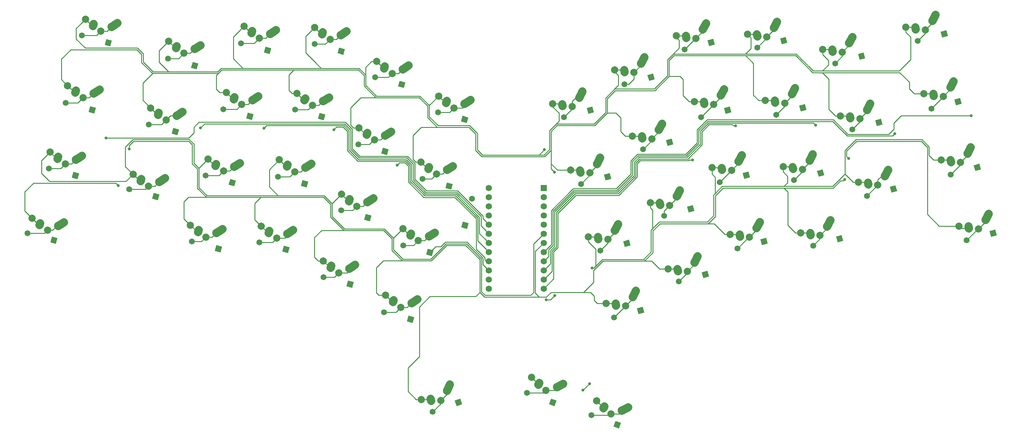
<source format=gbr>
G04 #@! TF.GenerationSoftware,KiCad,Pcbnew,(5.99.0-562-g7b80b2dc7)*
G04 #@! TF.CreationDate,2019-12-24T23:11:14-08:00*
G04 #@! TF.ProjectId,arch_40,61726368-5f34-4302-9e6b-696361645f70,rev?*
G04 #@! TF.SameCoordinates,Original*
G04 #@! TF.FileFunction,Copper,L1,Top*
G04 #@! TF.FilePolarity,Positive*
%FSLAX46Y46*%
G04 Gerber Fmt 4.6, Leading zero omitted, Abs format (unit mm)*
G04 Created by KiCad (PCBNEW (5.99.0-562-g7b80b2dc7)) date 2019-12-24 23:11:14*
%MOMM*%
%LPD*%
G04 APERTURE LIST*
%ADD10C,2.000000*%
%ADD11C,2.250000*%
%ADD12C,2.250000*%
%ADD13C,1.752600*%
%ADD14R,1.752600X1.752600*%
%ADD15C,1.651000*%
%ADD16C,0.800000*%
%ADD17C,0.250000*%
G04 APERTURE END LIST*
D10*
X127722519Y-150298786D03*
X122305813Y-150035533D03*
D11*
X129421912Y-147658320D03*
D12*
X130153560Y-145838323D02*
X129421924Y-147658325D01*
D11*
X125055243Y-150396970D03*
D12*
X124894459Y-149838267D02*
X125055683Y-150396843D01*
D10*
X109369368Y-78038162D03*
X105083258Y-74715623D03*
D11*
X112275938Y-76849951D03*
D12*
X113919177Y-75778752D02*
X112275945Y-76849962D01*
D11*
X107128148Y-76588703D03*
D12*
X107316900Y-76038819D02*
X107128582Y-76588853D01*
D10*
X67510168Y-86699562D03*
X63224058Y-83377023D03*
D11*
X70416738Y-85511351D03*
D12*
X72059977Y-84440152D02*
X70416745Y-85511362D01*
D11*
X65268948Y-85250103D03*
D12*
X65457700Y-84700219D02*
X65269382Y-85250253D01*
D10*
X238966232Y-53704962D03*
X233593083Y-52970613D03*
D11*
X240889291Y-51222656D03*
D12*
X241776778Y-49473351D02*
X240889302Y-51222661D01*
D11*
X236300549Y-53570304D03*
D12*
X236189071Y-52999714D02*
X236300999Y-53570216D01*
X273958871Y-102021714D02*
X274070799Y-102592216D01*
D11*
X274070349Y-102592304D03*
D12*
X279546578Y-98495351D02*
X278659102Y-100244661D01*
D11*
X278659091Y-100244656D03*
D10*
X271362883Y-101992613D03*
X276736032Y-102726962D03*
D12*
X269005871Y-83606714D02*
X269117799Y-84177216D01*
D11*
X269117349Y-84177304D03*
D12*
X274593578Y-80080351D02*
X273706102Y-81829661D01*
D11*
X273706091Y-81829656D03*
D10*
X266409883Y-83577613D03*
X271783032Y-84311962D03*
D12*
X264230671Y-65273763D02*
X264342599Y-65844265D01*
D11*
X264342149Y-65844353D03*
D12*
X269818378Y-61747400D02*
X268930902Y-63496710D01*
D11*
X268930891Y-63496705D03*
D10*
X261634683Y-65244662D03*
X267007832Y-65979011D03*
D12*
X259226871Y-46802114D02*
X259338799Y-47372616D01*
D11*
X259338349Y-47372704D03*
D12*
X264814578Y-43275751D02*
X263927102Y-45025061D01*
D11*
X263927091Y-45025056D03*
D10*
X256630883Y-46773013D03*
X262004032Y-47507362D03*
X18742168Y-103107962D03*
X14456058Y-99785423D03*
D11*
X21648738Y-101919751D03*
D12*
X23291977Y-100848552D02*
X21648745Y-101919762D01*
D11*
X16500948Y-101658503D03*
D12*
X16689700Y-101108619D02*
X16501382Y-101658653D01*
D10*
X23695168Y-84718362D03*
X19409058Y-81395823D03*
D11*
X26601738Y-83530151D03*
D12*
X28244977Y-82458952D02*
X26601745Y-83530162D01*
D11*
X21453948Y-83268903D03*
D12*
X21642700Y-82719019D02*
X21454382Y-83269053D01*
D10*
X28597368Y-66328762D03*
X24311258Y-63006223D03*
D11*
X31503938Y-65140551D03*
D12*
X33147177Y-64069352D02*
X31503945Y-65140562D01*
D11*
X26356148Y-64879303D03*
D12*
X26544900Y-64329419D02*
X26356582Y-64879453D01*
D10*
X33524968Y-47888362D03*
X29238858Y-44565823D03*
D11*
X36431538Y-46700151D03*
D12*
X38074777Y-45628952D02*
X36431545Y-46700162D01*
D11*
X31283748Y-46438903D03*
D12*
X31472500Y-45889019D02*
X31284182Y-46439053D01*
D10*
X213286832Y-105012962D03*
X207913683Y-104278613D03*
D11*
X215209891Y-102530656D03*
D12*
X216097378Y-100781351D02*
X215209902Y-102530661D01*
D11*
X210621149Y-104878304D03*
D12*
X210509671Y-104307714D02*
X210621599Y-104878216D01*
D10*
X208308432Y-86496362D03*
X202935283Y-85762013D03*
D11*
X210231491Y-84014056D03*
D12*
X211118978Y-82264751D02*
X210231502Y-84014061D01*
D11*
X205642749Y-86361704D03*
D12*
X205531271Y-85791114D02*
X205643199Y-86361616D01*
D10*
X203380832Y-68182962D03*
X198007683Y-67448613D03*
D11*
X205303891Y-65700656D03*
D12*
X206191378Y-63951351D02*
X205303902Y-65700661D01*
D11*
X200715149Y-68048304D03*
D12*
X200603671Y-67477714D02*
X200715599Y-68048216D01*
D10*
X198402432Y-49894962D03*
X193029283Y-49160613D03*
D11*
X200325491Y-47412656D03*
D12*
X201212978Y-45663351D02*
X200325502Y-47412661D01*
D11*
X195736749Y-49760304D03*
D12*
X195625271Y-49189714D02*
X195737199Y-49760216D01*
D10*
X196091032Y-114537962D03*
X190717883Y-113803613D03*
D11*
X198014091Y-112055656D03*
D12*
X198901578Y-110306351D02*
X198014102Y-112055661D01*
D11*
X193425349Y-114403304D03*
D12*
X193313871Y-113832714D02*
X193425799Y-114403216D01*
D10*
X191163432Y-96199162D03*
X185790283Y-95464813D03*
D11*
X193086491Y-93716856D03*
D12*
X193973978Y-91967551D02*
X193086502Y-93716861D01*
D11*
X188497749Y-96064504D03*
D12*
X188386271Y-95493914D02*
X188498199Y-96064416D01*
D10*
X186210432Y-77733362D03*
X180837283Y-76999013D03*
D11*
X188133491Y-75251056D03*
D12*
X189020978Y-73501751D02*
X188133502Y-75251061D01*
D11*
X183544749Y-77598704D03*
D12*
X183433271Y-77028114D02*
X183545199Y-77598616D01*
D10*
X181282832Y-59343762D03*
X175909683Y-58609413D03*
D11*
X183205891Y-56861456D03*
D12*
X184093378Y-55112151D02*
X183205902Y-56861461D01*
D11*
X178617149Y-59209104D03*
D12*
X178505671Y-58638514D02*
X178617599Y-59209016D01*
D10*
X178946032Y-124113762D03*
X173572883Y-123379413D03*
D11*
X180869091Y-121631456D03*
D12*
X181756578Y-119882151D02*
X180869102Y-121631461D01*
D11*
X176280349Y-123979104D03*
D12*
X176168871Y-123408514D02*
X176280799Y-123979016D01*
D10*
X174018432Y-105647962D03*
X168645283Y-104913613D03*
D11*
X175941491Y-103165656D03*
D12*
X176828978Y-101416351D02*
X175941502Y-103165661D01*
D11*
X171352749Y-105513304D03*
D12*
X171241271Y-104942714D02*
X171353199Y-105513216D01*
D10*
X169065432Y-87182162D03*
X163692283Y-86447813D03*
D11*
X170988491Y-84699856D03*
D12*
X171875978Y-82950551D02*
X170988502Y-84699861D01*
D11*
X166399749Y-87047504D03*
D12*
X166288271Y-86476914D02*
X166400199Y-87047416D01*
D10*
X164137832Y-68792562D03*
X158764683Y-68058213D03*
D11*
X166060891Y-66310256D03*
D12*
X166948378Y-64560951D02*
X166060902Y-66310261D01*
D11*
X161472149Y-68657904D03*
D12*
X161360671Y-68087314D02*
X161472599Y-68657816D01*
D10*
X156884481Y-147555586D03*
X152904260Y-143872131D03*
D11*
X159883551Y-146625221D03*
D12*
X161613898Y-145701316D02*
X159883556Y-146625232D01*
D11*
X154778118Y-145916307D03*
D12*
X155014078Y-145384966D02*
X154778538Y-145916494D01*
D10*
X174893081Y-154083386D03*
X170912860Y-150399931D03*
D11*
X177892151Y-153153021D03*
D12*
X179622498Y-152229116D02*
X177892156Y-153153032D01*
D11*
X172786718Y-152444107D03*
D12*
X173022678Y-151912766D02*
X172787138Y-152444294D01*
D10*
X116684568Y-124469362D03*
X112398458Y-121146823D03*
D11*
X119591138Y-123281151D03*
D12*
X121234377Y-122209952D02*
X119591145Y-123281162D01*
D11*
X114443348Y-123019903D03*
D12*
X114632100Y-122470019D02*
X114443782Y-123020053D01*
D10*
X121510568Y-106003562D03*
X117224458Y-102681023D03*
D11*
X124417138Y-104815351D03*
D12*
X126060377Y-103744152D02*
X124417145Y-104815362D01*
D11*
X119269348Y-104554103D03*
D12*
X119458100Y-104004219D02*
X119269782Y-104554253D01*
D10*
X126514368Y-87537762D03*
X122228258Y-84215223D03*
D11*
X129420938Y-86349551D03*
D12*
X131064177Y-85278352D02*
X129420945Y-86349562D01*
D11*
X124273148Y-86088303D03*
D12*
X124461900Y-85538419D02*
X124273582Y-86088453D01*
D10*
X131391168Y-69198962D03*
X127105058Y-65876423D03*
D11*
X134297738Y-68010751D03*
D12*
X135940977Y-66939552D02*
X134297745Y-68010762D01*
D11*
X129149948Y-67749503D03*
D12*
X129338700Y-67199619D02*
X129150382Y-67749653D01*
D10*
X99437968Y-114918962D03*
X95151858Y-111596423D03*
D11*
X102344538Y-113730751D03*
D12*
X103987777Y-112659552D02*
X102344545Y-113730762D01*
D11*
X97196748Y-113469503D03*
D12*
X97385500Y-112919619D02*
X97197182Y-113469653D01*
D10*
X104467168Y-96453162D03*
X100181058Y-93130623D03*
D11*
X107373738Y-95264951D03*
D12*
X109016977Y-94193752D02*
X107373745Y-95264962D01*
D11*
X102225948Y-95003703D03*
D12*
X102414700Y-94453819D02*
X102226382Y-95003853D01*
D10*
X114246168Y-59623162D03*
X109960058Y-56300623D03*
D11*
X117152738Y-58434951D03*
D12*
X118795977Y-57363752D02*
X117152745Y-58434962D01*
D11*
X112004948Y-58173703D03*
D12*
X112193700Y-57623819D02*
X112005382Y-58173853D01*
D10*
X82242168Y-105292362D03*
X77956058Y-101969823D03*
D11*
X85148738Y-104104151D03*
D12*
X86791977Y-103032952D02*
X85148745Y-104104162D01*
D11*
X80000948Y-103842903D03*
D12*
X80189700Y-103293019D02*
X80001382Y-103843053D01*
D10*
X87271368Y-86877362D03*
X82985258Y-83554823D03*
D11*
X90177938Y-85689151D03*
D12*
X91821177Y-84617952D02*
X90177945Y-85689162D01*
D11*
X85030148Y-85427903D03*
D12*
X85218900Y-84878019D02*
X85030582Y-85428053D01*
D10*
X92173568Y-68487762D03*
X87887458Y-65165223D03*
D11*
X95080138Y-67299551D03*
D12*
X96723377Y-66228352D02*
X95080145Y-67299562D01*
D11*
X89932348Y-67038303D03*
D12*
X90121100Y-66488419D02*
X89932782Y-67038453D01*
D10*
X97050368Y-50148962D03*
X92764258Y-46826423D03*
D11*
X99956938Y-48960751D03*
D12*
X101600177Y-47889552D02*
X99956945Y-48960762D01*
D11*
X94809148Y-48699503D03*
D12*
X94997900Y-48149619D02*
X94809582Y-48699653D01*
D10*
X62633368Y-105012962D03*
X58347258Y-101690423D03*
D11*
X65539938Y-103824751D03*
D12*
X67183177Y-102753552D02*
X65539945Y-103824762D01*
D11*
X60392148Y-103563503D03*
D12*
X60580900Y-103013619D02*
X60392582Y-103563653D01*
D10*
X72564768Y-68208362D03*
X68278658Y-64885823D03*
D11*
X75471338Y-67020151D03*
D12*
X77114577Y-65948952D02*
X75471345Y-67020162D01*
D11*
X70323548Y-66758903D03*
D12*
X70512300Y-66209019D02*
X70323982Y-66759053D01*
D10*
X77466968Y-49818762D03*
X73180858Y-46496223D03*
D11*
X80373538Y-48630551D03*
D12*
X82016777Y-47559352D02*
X80373545Y-48630562D01*
D11*
X75225748Y-48369303D03*
D12*
X75414500Y-47819419D02*
X75226182Y-48369453D01*
D10*
X248846832Y-90560362D03*
X243473683Y-89826013D03*
D11*
X250769891Y-88078056D03*
D12*
X251657378Y-86328751D02*
X250769902Y-88078061D01*
D11*
X246181149Y-90425704D03*
D12*
X246069671Y-89855114D02*
X246181599Y-90425616D01*
D10*
X243893832Y-72170762D03*
X238520683Y-71436413D03*
D11*
X245816891Y-69688456D03*
D12*
X246704378Y-67939151D02*
X245816902Y-69688461D01*
D11*
X241228149Y-72036104D03*
D12*
X241116671Y-71465514D02*
X241228599Y-72036016D01*
D10*
X232844832Y-104555762D03*
X227471683Y-103821413D03*
D11*
X234767891Y-102073456D03*
D12*
X235655378Y-100324151D02*
X234767902Y-102073461D01*
D11*
X230179149Y-104421104D03*
D12*
X230067671Y-103850514D02*
X230179599Y-104421016D01*
D10*
X227993432Y-86242362D03*
X222620283Y-85508013D03*
D11*
X229916491Y-83760056D03*
D12*
X230803978Y-82010751D02*
X229916502Y-83760061D01*
D11*
X225327749Y-86107704D03*
D12*
X225216271Y-85537114D02*
X225328199Y-86107616D01*
D10*
X223065832Y-67827362D03*
X217692683Y-67093013D03*
D11*
X224988891Y-65345056D03*
D12*
X225876378Y-63595751D02*
X224988902Y-65345061D01*
D11*
X220400149Y-67692704D03*
D12*
X220288671Y-67122114D02*
X220400599Y-67692616D01*
D10*
X218087432Y-49463162D03*
X212714283Y-48728813D03*
D11*
X220010491Y-46980856D03*
D12*
X220897978Y-45231551D02*
X220010502Y-46980861D01*
D11*
X215421749Y-49328504D03*
D12*
X215310271Y-48757914D02*
X215422199Y-49328416D01*
D10*
X46732968Y-90890562D03*
X42446858Y-87568023D03*
D11*
X49639538Y-89702351D03*
D12*
X51282777Y-88631152D02*
X49639545Y-89702362D01*
D11*
X44491748Y-89441103D03*
D12*
X44680500Y-88891219D02*
X44492182Y-89441253D01*
D10*
X51584368Y-72500962D03*
X47298258Y-69178423D03*
D11*
X54490938Y-71312751D03*
D12*
X56134177Y-70241552D02*
X54490945Y-71312762D01*
D11*
X49343148Y-71051503D03*
D12*
X49531900Y-70501619D02*
X49343582Y-71051653D01*
D10*
X56562768Y-54009762D03*
X52276658Y-50687223D03*
D11*
X59469338Y-52821551D03*
D12*
X61112577Y-51750352D02*
X59469345Y-52821562D01*
D11*
X54321548Y-52560303D03*
D12*
X54510300Y-52010419D02*
X54321982Y-52560453D01*
D13*
X141046200Y-91363800D03*
X156286200Y-119303800D03*
X141046200Y-93903800D03*
X141046200Y-96443800D03*
X141046200Y-98983800D03*
X141046200Y-101523800D03*
X141046200Y-104063800D03*
X141046200Y-106603800D03*
X141046200Y-109143800D03*
X141046200Y-111683800D03*
X141046200Y-114223800D03*
X141046200Y-116763800D03*
X141046200Y-119303800D03*
X156286200Y-116763800D03*
X156286200Y-114223800D03*
X156286200Y-111683800D03*
X156286200Y-109143800D03*
X156286200Y-106603800D03*
X156286200Y-104063800D03*
X156286200Y-101523800D03*
X156286200Y-98983800D03*
X156286200Y-96443800D03*
X156286200Y-93903800D03*
D14*
X156286200Y-91363800D03*
G04 #@! TA.AperFunction,ComponentPad*
G36*
X133812182Y-100713150D02*
G01*
X135406926Y-101140460D01*
X134979616Y-102735204D01*
X133384872Y-102307894D01*
X133812182Y-100713150D01*
G37*
G04 #@! TD.AperFunction*
D15*
X136368101Y-94363823D03*
G04 #@! TA.AperFunction,ComponentPad*
G36*
X216755897Y-107212345D02*
G01*
X216328587Y-105617601D01*
X217923331Y-105190291D01*
X218350641Y-106785035D01*
X216755897Y-107212345D01*
G37*
G04 #@! TD.AperFunction*
X209979260Y-108173520D03*
G04 #@! TA.AperFunction,ComponentPad*
G36*
X211808260Y-88823326D02*
G01*
X211380950Y-87228582D01*
X212975694Y-86801272D01*
X213403004Y-88396016D01*
X211808260Y-88823326D01*
G37*
G04 #@! TD.AperFunction*
X205031623Y-89784501D03*
G04 #@! TA.AperFunction,ComponentPad*
G36*
X206652060Y-70814726D02*
G01*
X206224750Y-69219982D01*
X207819494Y-68792672D01*
X208246804Y-70387416D01*
X206652060Y-70814726D01*
G37*
G04 #@! TD.AperFunction*
X199875423Y-71775901D03*
G04 #@! TA.AperFunction,ComponentPad*
G36*
X202105460Y-51993326D02*
G01*
X201678150Y-50398582D01*
X203272894Y-49971272D01*
X203700204Y-51566016D01*
X202105460Y-51993326D01*
G37*
G04 #@! TD.AperFunction*
X195328823Y-52954501D03*
G04 #@! TA.AperFunction,ComponentPad*
G36*
X200454460Y-116356926D02*
G01*
X200027150Y-114762182D01*
X201621894Y-114334872D01*
X202049204Y-115929616D01*
X200454460Y-116356926D01*
G37*
G04 #@! TD.AperFunction*
X193677823Y-117318101D03*
G04 #@! TA.AperFunction,ComponentPad*
G36*
X196393283Y-98166027D02*
G01*
X195965973Y-96571283D01*
X197560717Y-96143973D01*
X197988027Y-97738717D01*
X196393283Y-98166027D01*
G37*
G04 #@! TD.AperFunction*
X189616646Y-99127202D03*
G04 #@! TA.AperFunction,ComponentPad*
G36*
X190573860Y-79704726D02*
G01*
X190146550Y-78109982D01*
X191741294Y-77682672D01*
X192168604Y-79277416D01*
X190573860Y-79704726D01*
G37*
G04 #@! TD.AperFunction*
X183797223Y-80665901D03*
G04 #@! TA.AperFunction,ComponentPad*
G36*
X185443060Y-61670726D02*
G01*
X185015750Y-60075982D01*
X186610494Y-59648672D01*
X187037804Y-61243416D01*
X185443060Y-61670726D01*
G37*
G04 #@! TD.AperFunction*
X178666423Y-62631901D03*
G04 #@! TA.AperFunction,ComponentPad*
G36*
X182496660Y-126339126D02*
G01*
X182069350Y-124744382D01*
X183664094Y-124317072D01*
X184091404Y-125911816D01*
X182496660Y-126339126D01*
G37*
G04 #@! TD.AperFunction*
X175720023Y-127300301D03*
G04 #@! TA.AperFunction,ComponentPad*
G36*
X178686660Y-107771726D02*
G01*
X178259350Y-106176982D01*
X179854094Y-105749672D01*
X180281404Y-107344416D01*
X178686660Y-107771726D01*
G37*
G04 #@! TD.AperFunction*
X171910023Y-108732901D03*
G04 #@! TA.AperFunction,ComponentPad*
G36*
X173352660Y-89305926D02*
G01*
X172925350Y-87711182D01*
X174520094Y-87283872D01*
X174947404Y-88878616D01*
X173352660Y-89305926D01*
G37*
G04 #@! TD.AperFunction*
X166576023Y-90267101D03*
G04 #@! TA.AperFunction,ComponentPad*
G36*
X168602860Y-70789326D02*
G01*
X168175550Y-69194582D01*
X169770294Y-68767272D01*
X170197604Y-70362016D01*
X168602860Y-70789326D01*
G37*
G04 #@! TD.AperFunction*
X161826223Y-71750501D03*
G04 #@! TA.AperFunction,ComponentPad*
G36*
X132151870Y-151913657D02*
G01*
X131587195Y-150362224D01*
X133138628Y-149797549D01*
X133703303Y-151348982D01*
X132151870Y-151913657D01*
G37*
G04 #@! TD.AperFunction*
X125484791Y-153461797D03*
G04 #@! TA.AperFunction,ComponentPad*
G36*
X157716175Y-151351676D02*
G01*
X158280850Y-149800243D01*
X159832283Y-150364918D01*
X159267608Y-151916351D01*
X157716175Y-151351676D01*
G37*
G04 #@! TD.AperFunction*
X151613771Y-148252103D03*
G04 #@! TA.AperFunction,ComponentPad*
G36*
X175568466Y-157533959D02*
G01*
X176133141Y-155982526D01*
X177684574Y-156547201D01*
X177119899Y-158098634D01*
X175568466Y-157533959D01*
G37*
G04 #@! TD.AperFunction*
X169466062Y-154434386D03*
G04 #@! TA.AperFunction,ComponentPad*
G36*
X118315350Y-128417418D02*
G01*
X118742660Y-126822674D01*
X120337404Y-127249984D01*
X119910094Y-128844728D01*
X118315350Y-128417418D01*
G37*
G04 #@! TD.AperFunction*
X111966023Y-125861499D03*
G04 #@! TA.AperFunction,ComponentPad*
G36*
X123700150Y-109875418D02*
G01*
X124127460Y-108280674D01*
X125722204Y-108707984D01*
X125294894Y-110302728D01*
X123700150Y-109875418D01*
G37*
G04 #@! TD.AperFunction*
X117350823Y-107319499D03*
G04 #@! TA.AperFunction,ComponentPad*
G36*
X129034150Y-91435018D02*
G01*
X129461460Y-89840274D01*
X131056204Y-90267584D01*
X130628894Y-91862328D01*
X129034150Y-91435018D01*
G37*
G04 #@! TD.AperFunction*
X122684823Y-88879099D03*
G04 #@! TA.AperFunction,ComponentPad*
G36*
X133352150Y-72969218D02*
G01*
X133779460Y-71374474D01*
X135374204Y-71801784D01*
X134946894Y-73396528D01*
X133352150Y-72969218D01*
G37*
G04 #@! TD.AperFunction*
X127002823Y-70413299D03*
G04 #@! TA.AperFunction,ComponentPad*
G36*
X101602150Y-118663818D02*
G01*
X102029460Y-117069074D01*
X103624204Y-117496384D01*
X103196894Y-119091128D01*
X101602150Y-118663818D01*
G37*
G04 #@! TD.AperFunction*
X95252823Y-116107899D03*
G04 #@! TA.AperFunction,ComponentPad*
G36*
X106478950Y-100172618D02*
G01*
X106906260Y-98577874D01*
X108501004Y-99005184D01*
X108073694Y-100599928D01*
X106478950Y-100172618D01*
G37*
G04 #@! TD.AperFunction*
X100129623Y-97616699D03*
G04 #@! TA.AperFunction,ComponentPad*
G36*
X111254150Y-81833818D02*
G01*
X111681460Y-80239074D01*
X113276204Y-80666384D01*
X112848894Y-82261128D01*
X111254150Y-81833818D01*
G37*
G04 #@! TD.AperFunction*
X104904823Y-79277899D03*
G04 #@! TA.AperFunction,ComponentPad*
G36*
X115902350Y-63241018D02*
G01*
X116329660Y-61646274D01*
X117924404Y-62073584D01*
X117497094Y-63668328D01*
X115902350Y-63241018D01*
G37*
G04 #@! TD.AperFunction*
X109553023Y-60685099D03*
G04 #@! TA.AperFunction,ComponentPad*
G36*
X83822150Y-109011818D02*
G01*
X84249460Y-107417074D01*
X85844204Y-107844384D01*
X85416894Y-109439128D01*
X83822150Y-109011818D01*
G37*
G04 #@! TD.AperFunction*
X77472823Y-106455899D03*
G04 #@! TA.AperFunction,ComponentPad*
G36*
X88952950Y-90825418D02*
G01*
X89380260Y-89230674D01*
X90975004Y-89657984D01*
X90547694Y-91252728D01*
X88952950Y-90825418D01*
G37*
G04 #@! TD.AperFunction*
X82603623Y-88269499D03*
G04 #@! TA.AperFunction,ComponentPad*
G36*
X93728150Y-72181818D02*
G01*
X94155460Y-70587074D01*
X95750204Y-71014384D01*
X95322894Y-72609128D01*
X93728150Y-72181818D01*
G37*
G04 #@! TD.AperFunction*
X87378823Y-69625899D03*
G04 #@! TA.AperFunction,ComponentPad*
G36*
X99138350Y-54020818D02*
G01*
X99565660Y-52426074D01*
X101160404Y-52853384D01*
X100733094Y-54448128D01*
X99138350Y-54020818D01*
G37*
G04 #@! TD.AperFunction*
X92789023Y-51464899D03*
G04 #@! TA.AperFunction,ComponentPad*
G36*
X65079773Y-108813117D02*
G01*
X65507083Y-107218373D01*
X67101827Y-107645683D01*
X66674517Y-109240427D01*
X65079773Y-108813117D01*
G37*
G04 #@! TD.AperFunction*
X58730446Y-106257198D03*
G04 #@! TA.AperFunction,ComponentPad*
G36*
X68937750Y-90495218D02*
G01*
X69365060Y-88900474D01*
X70959804Y-89327784D01*
X70532494Y-90922528D01*
X68937750Y-90495218D01*
G37*
G04 #@! TD.AperFunction*
X62588423Y-87939299D03*
G04 #@! TA.AperFunction,ComponentPad*
G36*
X73839950Y-72080218D02*
G01*
X74267260Y-70485474D01*
X75862004Y-70912784D01*
X75434694Y-72507528D01*
X73839950Y-72080218D01*
G37*
G04 #@! TD.AperFunction*
X67490623Y-69524299D03*
G04 #@! TA.AperFunction,ComponentPad*
G36*
X78691350Y-53817618D02*
G01*
X79118660Y-52222874D01*
X80713404Y-52650184D01*
X80286094Y-54244928D01*
X78691350Y-53817618D01*
G37*
G04 #@! TD.AperFunction*
X72342023Y-51261699D03*
G04 #@! TA.AperFunction,ComponentPad*
G36*
X280227957Y-104954285D02*
G01*
X279800647Y-103359541D01*
X281395391Y-102932231D01*
X281822701Y-104526975D01*
X280227957Y-104954285D01*
G37*
G04 #@! TD.AperFunction*
X273451320Y-105915460D03*
G04 #@! TA.AperFunction,ComponentPad*
G36*
X275867060Y-86689726D02*
G01*
X275439750Y-85094982D01*
X277034494Y-84667672D01*
X277461804Y-86262416D01*
X275867060Y-86689726D01*
G37*
G04 #@! TD.AperFunction*
X269090423Y-87650901D03*
G04 #@! TA.AperFunction,ComponentPad*
G36*
X270482260Y-68452526D02*
G01*
X270054950Y-66857782D01*
X271649694Y-66430472D01*
X272077004Y-68025216D01*
X270482260Y-68452526D01*
G37*
G04 #@! TD.AperFunction*
X263705623Y-69413701D03*
G04 #@! TA.AperFunction,ComponentPad*
G36*
X266672260Y-49656526D02*
G01*
X266244950Y-48061782D01*
X267839694Y-47634472D01*
X268267004Y-49229216D01*
X266672260Y-49656526D01*
G37*
G04 #@! TD.AperFunction*
X259895623Y-50617701D03*
G04 #@! TA.AperFunction,ComponentPad*
G36*
X252596460Y-92634926D02*
G01*
X252169150Y-91040182D01*
X253763894Y-90612872D01*
X254191204Y-92207616D01*
X252596460Y-92634926D01*
G37*
G04 #@! TD.AperFunction*
X245819823Y-93596101D03*
G04 #@! TA.AperFunction,ComponentPad*
G36*
X248562060Y-74192926D02*
G01*
X248134750Y-72598182D01*
X249729494Y-72170872D01*
X250156804Y-73765616D01*
X248562060Y-74192926D01*
G37*
G04 #@! TD.AperFunction*
X241785423Y-75154101D03*
G04 #@! TA.AperFunction,ComponentPad*
G36*
X243786860Y-55854126D02*
G01*
X243359550Y-54259382D01*
X244954294Y-53832072D01*
X245381604Y-55426816D01*
X243786860Y-55854126D01*
G37*
G04 #@! TD.AperFunction*
X237010223Y-56815301D03*
G04 #@! TA.AperFunction,ComponentPad*
G36*
X237688037Y-106463045D02*
G01*
X237260727Y-104868301D01*
X238855471Y-104440991D01*
X239282781Y-106035735D01*
X237688037Y-106463045D01*
G37*
G04 #@! TD.AperFunction*
X230911400Y-107424220D03*
G04 #@! TA.AperFunction,ComponentPad*
G36*
X232433060Y-88239126D02*
G01*
X232005750Y-86644382D01*
X233600494Y-86217072D01*
X234027804Y-87811816D01*
X232433060Y-88239126D01*
G37*
G04 #@! TD.AperFunction*
X225656423Y-89200301D03*
G04 #@! TA.AperFunction,ComponentPad*
G36*
X227454660Y-70154326D02*
G01*
X227027350Y-68559582D01*
X228622094Y-68132272D01*
X229049404Y-69727016D01*
X227454660Y-70154326D01*
G37*
G04 #@! TD.AperFunction*
X220678023Y-71115501D03*
G04 #@! TA.AperFunction,ComponentPad*
G36*
X222196860Y-51485326D02*
G01*
X221769550Y-49890582D01*
X223364294Y-49463272D01*
X223791604Y-51058016D01*
X222196860Y-51485326D01*
G37*
G04 #@! TD.AperFunction*
X215420223Y-52446501D03*
G04 #@! TA.AperFunction,ComponentPad*
G36*
X47764593Y-94335117D02*
G01*
X48191903Y-92740373D01*
X49786647Y-93167683D01*
X49359337Y-94762427D01*
X47764593Y-94335117D01*
G37*
G04 #@! TD.AperFunction*
X41415266Y-91779198D03*
G04 #@! TA.AperFunction,ComponentPad*
G36*
X53164350Y-76322018D02*
G01*
X53591660Y-74727274D01*
X55186404Y-75154584D01*
X54759094Y-76749328D01*
X53164350Y-76322018D01*
G37*
G04 #@! TD.AperFunction*
X46815023Y-73766099D03*
G04 #@! TA.AperFunction,ComponentPad*
G36*
X58523750Y-58059418D02*
G01*
X58951060Y-56464674D01*
X60545804Y-56891984D01*
X60118494Y-58486728D01*
X58523750Y-58059418D01*
G37*
G04 #@! TD.AperFunction*
X52174423Y-55503499D03*
G04 #@! TA.AperFunction,ComponentPad*
G36*
X19499473Y-106486477D02*
G01*
X19926783Y-104891733D01*
X21521527Y-105319043D01*
X21094217Y-106913787D01*
X19499473Y-106486477D01*
G37*
G04 #@! TD.AperFunction*
X13150146Y-103930558D03*
G04 #@! TA.AperFunction,ComponentPad*
G36*
X25478350Y-88514018D02*
G01*
X25905660Y-86919274D01*
X27500404Y-87346584D01*
X27073094Y-88941328D01*
X25478350Y-88514018D01*
G37*
G04 #@! TD.AperFunction*
X19129023Y-85958099D03*
G04 #@! TA.AperFunction,ComponentPad*
G36*
X30126550Y-70302218D02*
G01*
X30553860Y-68707474D01*
X32148604Y-69134784D01*
X31721294Y-70729528D01*
X30126550Y-70302218D01*
G37*
G04 #@! TD.AperFunction*
X23777223Y-67746299D03*
G04 #@! TA.AperFunction,ComponentPad*
G36*
X34571550Y-51658618D02*
G01*
X34998860Y-50063874D01*
X36593604Y-50491184D01*
X36166294Y-52085928D01*
X34571550Y-51658618D01*
G37*
G04 #@! TD.AperFunction*
X28222223Y-49102699D03*
D16*
X169650000Y-113550000D03*
X159330000Y-121190000D03*
X156960000Y-122400000D03*
X159230000Y-87010000D03*
X156420000Y-80770000D03*
X197490000Y-83580000D03*
X209460000Y-74170000D03*
X231630000Y-73960000D03*
X253560000Y-76300000D03*
X274700000Y-71320000D03*
X239710000Y-88990000D03*
X240750000Y-83230000D03*
X167150000Y-147460000D03*
X168950000Y-145650000D03*
X115600000Y-85090000D03*
X98080000Y-75230000D03*
X78720000Y-74820000D03*
X61140000Y-74760000D03*
X34920000Y-77520000D03*
X41370000Y-80540000D03*
X38360000Y-90700000D03*
D17*
X196395600Y-83780038D02*
X196595657Y-83580000D01*
X159004000Y-116586000D02*
X159004000Y-109095820D01*
X156286200Y-119303800D02*
X159004000Y-116586000D01*
X183051258Y-83780038D02*
X196395600Y-83780038D01*
X177085611Y-93410029D02*
X182210037Y-88285603D01*
X182210037Y-88285603D02*
X182210038Y-84621258D01*
X160158017Y-107941803D02*
X160158017Y-98391983D01*
X160158017Y-98391983D02*
X165139971Y-93410029D01*
X182210038Y-84621258D02*
X183051258Y-83780038D01*
X165139971Y-93410029D02*
X177085611Y-93410029D01*
X159004000Y-109095820D02*
X160158017Y-107941803D01*
X196595657Y-83580000D02*
X197490000Y-83580000D01*
X196209200Y-83330028D02*
X200120028Y-79419202D01*
X176899212Y-92960018D02*
X181760028Y-88099202D01*
X164953570Y-92960020D02*
X176899212Y-92960018D01*
X181760029Y-84434857D02*
X182864858Y-83330028D01*
X158553989Y-114496011D02*
X158553989Y-108909421D01*
X156286200Y-116763800D02*
X158553989Y-114496011D01*
X200120028Y-79419202D02*
X200120029Y-75789201D01*
X208894315Y-74170000D02*
X209460000Y-74170000D01*
X181760028Y-88099202D02*
X181760029Y-84434857D01*
X158553989Y-108909421D02*
X159708009Y-107755399D01*
X182864858Y-83330028D02*
X196209200Y-83330028D01*
X159708009Y-107755399D02*
X159708009Y-98205581D01*
X159708009Y-98205581D02*
X164953570Y-92960020D01*
X200120029Y-75789201D02*
X202089200Y-73820030D01*
X202089200Y-73820030D02*
X208544345Y-73820030D01*
X208544345Y-73820030D02*
X208894315Y-74170000D01*
X181310020Y-84248456D02*
X182678458Y-82880018D01*
X181310019Y-87912801D02*
X181310020Y-84248456D01*
X176712811Y-92510009D02*
X181310019Y-87912801D01*
X164747171Y-92530009D02*
X164747171Y-92510009D01*
X159258000Y-107569000D02*
X159258000Y-98019180D01*
X159258000Y-98019180D02*
X164747171Y-92530009D01*
X196022800Y-82880018D02*
X199670019Y-79232801D01*
X182678458Y-82880018D02*
X196022800Y-82880018D01*
X156286200Y-114223800D02*
X158103978Y-112406022D01*
X158103978Y-108723022D02*
X159258000Y-107569000D01*
X158103978Y-112406022D02*
X158103978Y-108723022D01*
X164747171Y-92510009D02*
X176712811Y-92510009D01*
X199670019Y-79232801D02*
X199670020Y-75602800D01*
X199670020Y-75602800D02*
X201902800Y-73370020D01*
X201902800Y-73370020D02*
X231040020Y-73370020D01*
X231040020Y-73370020D02*
X231630000Y-73960000D01*
X180860010Y-84062056D02*
X182492056Y-82430010D01*
X199220010Y-79046400D02*
X199220010Y-75416400D01*
X252939990Y-76920010D02*
X253560000Y-76300000D01*
X176526410Y-92060000D02*
X180860010Y-87726400D01*
X164297161Y-92323609D02*
X164560770Y-92060000D01*
X195836401Y-82430009D02*
X199220010Y-79046400D01*
X164297161Y-92343609D02*
X164297161Y-92323609D01*
X156286200Y-111683800D02*
X157607000Y-110363000D01*
X157607000Y-110363000D02*
X157607000Y-108521500D01*
X164560770Y-92060000D02*
X176526410Y-92060000D01*
X157607000Y-108521500D02*
X158807989Y-107320511D01*
X180860010Y-87726400D02*
X180860010Y-84062056D01*
X158807990Y-97832780D02*
X164297161Y-92343609D01*
X158807989Y-107320511D02*
X158807990Y-97832780D01*
X182492056Y-82430010D02*
X195836401Y-82430009D01*
X199220010Y-75416400D02*
X201716400Y-72920010D01*
X201716400Y-72920010D02*
X236333600Y-72920010D01*
X240333600Y-76920010D02*
X252939990Y-76920010D01*
X236333600Y-72920010D02*
X240333600Y-76920010D01*
X195650000Y-81980000D02*
X198770000Y-78860000D01*
X182305656Y-81980000D02*
X195650000Y-81980000D01*
X253270000Y-73400000D02*
X255350000Y-71320000D01*
X180410000Y-83875656D02*
X182305656Y-81980000D01*
X176340010Y-91609990D02*
X180410000Y-87540000D01*
X198770000Y-75230000D02*
X201530000Y-72470000D01*
X158357981Y-97646379D02*
X163847152Y-92157208D01*
X198770000Y-78860000D02*
X198770000Y-75230000D01*
X163847152Y-92137208D02*
X164374369Y-91609991D01*
X180410000Y-87540000D02*
X180410000Y-83875656D01*
X201530000Y-72470000D02*
X236520000Y-72470000D01*
X236520000Y-72470000D02*
X240520000Y-76470000D01*
X240520000Y-76470000D02*
X251900000Y-76470000D01*
X163847152Y-92157208D02*
X163847152Y-92137208D01*
X255350000Y-71320000D02*
X274700000Y-71320000D01*
X164374369Y-91609991D02*
X176340010Y-91609990D01*
X251900000Y-76470000D02*
X253270000Y-75100000D01*
X253270000Y-75100000D02*
X253270000Y-73400000D01*
X158357978Y-97772792D02*
X158357978Y-107072022D01*
X169660000Y-113560000D02*
X170163590Y-113560000D01*
X170163590Y-113560000D02*
X170395140Y-113328450D01*
X169650000Y-113550000D02*
X169660000Y-113560000D01*
X158120000Y-122400000D02*
X159330000Y-121190000D01*
X156960000Y-122400000D02*
X158120000Y-122400000D01*
X245819823Y-93596101D02*
X248846832Y-90569092D01*
X248846832Y-90569092D02*
X248846832Y-90560362D01*
X121810000Y-124410000D02*
X124720000Y-121500000D01*
X124720000Y-121500000D02*
X137400000Y-121500000D01*
X121810000Y-138120000D02*
X121810000Y-124410000D01*
X121810000Y-138120000D02*
X118680000Y-141250000D01*
X118680000Y-141250000D02*
X118680000Y-147823933D01*
X138545981Y-120354019D02*
X137400000Y-121500000D01*
X138545981Y-120332391D02*
X138545981Y-120354019D01*
X122305813Y-150035533D02*
X120891600Y-150035533D01*
X120891600Y-150035533D02*
X118680000Y-147823933D01*
X125484791Y-153461797D02*
X127722519Y-151224069D01*
X127722519Y-151224069D02*
X127722519Y-150298786D01*
X193029283Y-49659283D02*
X193820000Y-50450000D01*
X193820000Y-50450000D02*
X193820000Y-52570000D01*
X193029283Y-49160613D02*
X193029283Y-49659283D01*
X175909683Y-59129683D02*
X176909682Y-60129682D01*
X176909682Y-60129682D02*
X176909682Y-62910318D01*
X175909683Y-58609413D02*
X175909683Y-59129683D01*
X158764683Y-68844683D02*
X160490000Y-70570000D01*
X159769999Y-73620001D02*
X159763589Y-73620001D01*
X158764683Y-68058213D02*
X158764683Y-68844683D01*
X160490000Y-70570000D02*
X160490000Y-72900000D01*
X160490000Y-72900000D02*
X159769999Y-73620001D01*
X159230000Y-87010000D02*
X158320000Y-86100000D01*
X158320000Y-86100000D02*
X158320000Y-84700000D01*
X139306990Y-82226990D02*
X153906990Y-82226990D01*
X153906990Y-82226990D02*
X154963010Y-82226990D01*
X153906990Y-82226990D02*
X156326600Y-82226990D01*
X154963010Y-82226990D02*
X156420000Y-80770000D01*
X225656423Y-89200301D02*
X227993432Y-86863292D01*
X227993432Y-86863292D02*
X227993432Y-86242362D01*
X222620283Y-85508013D02*
X224728058Y-85508013D01*
X224728058Y-85508013D02*
X225009544Y-85789499D01*
X158357978Y-107072022D02*
X157162499Y-108267501D01*
X157162499Y-108267501D02*
X156286200Y-109143800D01*
X152642000Y-121158000D02*
X153473990Y-120326010D01*
X117230000Y-111120000D02*
X124937258Y-111120000D01*
X140008000Y-121158000D02*
X152642000Y-121158000D01*
X134814600Y-106876010D02*
X138995990Y-111057400D01*
X114650000Y-108540000D02*
X117230000Y-111120000D01*
X138995990Y-120145990D02*
X140008000Y-121158000D01*
X138995990Y-111057400D02*
X138995990Y-120145990D01*
X114650000Y-105255481D02*
X114650000Y-108540000D01*
X129181248Y-106876010D02*
X134814600Y-106876010D01*
X153473989Y-106876011D02*
X156286200Y-104063800D01*
X153473990Y-120326010D02*
X153473989Y-106876011D01*
X124937258Y-111120000D02*
X129181248Y-106876010D01*
X155028010Y-121608010D02*
X156991990Y-121608010D01*
X141958010Y-121608010D02*
X155028010Y-121608010D01*
X156286200Y-106603800D02*
X153924000Y-108966000D01*
X153924000Y-120504000D02*
X155028010Y-121608010D01*
X153924000Y-108966000D02*
X153924000Y-120504000D01*
X169210000Y-120330000D02*
X170260000Y-121380000D01*
X170260000Y-122530000D02*
X171109413Y-123379413D01*
X171109413Y-123379413D02*
X173572883Y-123379413D01*
X167320000Y-120330000D02*
X169210000Y-120330000D01*
X170260000Y-121380000D02*
X170260000Y-122530000D01*
X170070000Y-114290000D02*
X170070000Y-117580000D01*
X158270000Y-120330000D02*
X167320000Y-120330000D01*
X167320000Y-120330000D02*
X170070000Y-117580000D01*
X156991990Y-121608010D02*
X158270000Y-120330000D01*
X170395140Y-113328450D02*
X170666795Y-113056795D01*
X141958010Y-121608010D02*
X142043990Y-121608010D01*
X139821600Y-121608010D02*
X141958010Y-121608010D01*
X168645283Y-104913613D02*
X168645283Y-106327826D01*
X168645283Y-106327826D02*
X170666795Y-108349338D01*
X170666795Y-108349338D02*
X170666795Y-113056795D01*
X222850000Y-90930000D02*
X205743590Y-90930000D01*
X236336543Y-90930000D02*
X222850000Y-90930000D01*
X223850000Y-88151943D02*
X223850000Y-89930000D01*
X223850000Y-89930000D02*
X222850000Y-90930000D01*
X222620283Y-85508013D02*
X222620283Y-86922226D01*
X222620283Y-86922226D02*
X223850000Y-88151943D01*
X203701795Y-92971795D02*
X203369990Y-93303600D01*
X203790000Y-92883590D02*
X203701795Y-92971795D01*
X205743590Y-90930000D02*
X203701795Y-92971795D01*
X239750000Y-87516543D02*
X236336543Y-90930000D01*
X186436795Y-102686795D02*
X186024990Y-103098600D01*
X185790283Y-96879026D02*
X186436795Y-97525538D01*
X188303599Y-100819991D02*
X186436795Y-102686795D01*
X185790283Y-95464813D02*
X185790283Y-96879026D01*
X186436795Y-97525538D02*
X186436795Y-102686795D01*
X172533599Y-111189991D02*
X170666795Y-113056795D01*
X183963600Y-111189990D02*
X172533599Y-111189991D01*
X186024990Y-109128600D02*
X183963600Y-111189990D01*
X186024990Y-103098600D02*
X186024990Y-109128600D01*
X201613600Y-100819990D02*
X188303599Y-100819991D01*
X203369990Y-99063600D02*
X201613600Y-100819990D01*
X203369990Y-93303600D02*
X203369990Y-99063600D01*
X202935283Y-87545283D02*
X203790000Y-88400000D01*
X203790000Y-88400000D02*
X203790000Y-92883590D01*
X202935283Y-85762013D02*
X202935283Y-87545283D01*
X188333613Y-113803613D02*
X186170000Y-111640000D01*
X186170000Y-111640000D02*
X184150000Y-111640000D01*
X190717883Y-113803613D02*
X188333613Y-113803613D01*
X190717883Y-113803613D02*
X193284770Y-113803613D01*
X193284770Y-113803613D02*
X193313871Y-113832714D01*
X207913683Y-104278613D02*
X206499470Y-104278613D01*
X206499470Y-104278613D02*
X203490857Y-101270000D01*
X203490857Y-101270000D02*
X201800000Y-101270000D01*
X203820000Y-99250000D02*
X201800000Y-101270000D01*
X172720000Y-111640000D02*
X170070000Y-114290000D01*
X186475000Y-109315000D02*
X184150000Y-111640000D01*
X205929990Y-91380010D02*
X203820000Y-93490000D01*
X184150000Y-111640000D02*
X172720000Y-111640000D01*
X186475000Y-103285000D02*
X186475000Y-109315000D01*
X188490000Y-101270000D02*
X186475000Y-103285000D01*
X201800000Y-101270000D02*
X188490000Y-101270000D01*
X203820000Y-93490000D02*
X203820000Y-99250000D01*
X222809990Y-91380010D02*
X205929990Y-91380010D01*
X223940000Y-101703943D02*
X223940000Y-92510020D01*
X226057470Y-103821413D02*
X223940000Y-101703943D01*
X227471683Y-103821413D02*
X226057470Y-103821413D01*
X223940000Y-92510020D02*
X222809990Y-91380010D01*
X222809990Y-91380010D02*
X225259990Y-91380010D01*
X239710000Y-88990000D02*
X239310001Y-89389999D01*
X236522943Y-91380010D02*
X225259990Y-91380010D01*
X239310001Y-89389999D02*
X238512954Y-89389999D01*
X238512954Y-89389999D02*
X236522943Y-91380010D01*
X240200010Y-82680010D02*
X240750000Y-83230000D01*
X240200010Y-81186400D02*
X240200010Y-82680010D01*
X242956400Y-78430010D02*
X240200010Y-81186400D01*
X250929357Y-78430010D02*
X242956400Y-78430010D01*
X260893600Y-78430010D02*
X250929357Y-78430010D01*
X262589990Y-80126400D02*
X260893600Y-78430010D01*
X262589990Y-98709990D02*
X262589990Y-80126400D01*
X265872613Y-101992613D02*
X262589990Y-98709990D01*
X268652613Y-101992613D02*
X265872613Y-101992613D01*
X263040000Y-82330000D02*
X264287613Y-83577613D01*
X264287613Y-83577613D02*
X266409883Y-83577613D01*
X263040000Y-79940000D02*
X263040000Y-82330000D01*
X261080000Y-77980000D02*
X263040000Y-79940000D01*
X242770000Y-77980000D02*
X261080000Y-77980000D01*
X239750000Y-81000000D02*
X242770000Y-77980000D01*
X239750000Y-87516543D02*
X239750000Y-81000000D01*
X243473683Y-89826013D02*
X242059470Y-89826013D01*
X242059470Y-89826013D02*
X239750000Y-87516543D01*
X227993432Y-86242362D02*
X229916491Y-84319303D01*
X229916491Y-84319303D02*
X229916491Y-83760056D01*
X177580000Y-71930000D02*
X176246400Y-70596400D01*
X176246400Y-70596400D02*
X173870010Y-70596400D01*
X177580000Y-75730000D02*
X177580000Y-71930000D01*
X178849013Y-76999013D02*
X177580000Y-75730000D01*
X180837283Y-76999013D02*
X178849013Y-76999013D01*
X186210432Y-77733362D02*
X188133491Y-75810303D01*
X188133491Y-75810303D02*
X188133491Y-75251056D01*
X183797223Y-80665901D02*
X186210432Y-78252692D01*
X186210432Y-78252692D02*
X186210432Y-77733362D01*
X180837283Y-76999013D02*
X183404170Y-76999013D01*
X183404170Y-76999013D02*
X183433271Y-77028114D01*
X196593470Y-67448613D02*
X194860000Y-65715143D01*
X194860000Y-65715143D02*
X194860000Y-61300000D01*
X198007683Y-67448613D02*
X196593470Y-67448613D01*
X194860000Y-61300000D02*
X193996400Y-60436400D01*
X193996400Y-60436400D02*
X191000010Y-60436400D01*
X203380832Y-68182962D02*
X205303891Y-66259903D01*
X205303891Y-66259903D02*
X205303891Y-65700656D01*
X199875423Y-71775901D02*
X203380832Y-68270492D01*
X203380832Y-68270492D02*
X203380832Y-68182962D01*
X198007683Y-67448613D02*
X200574570Y-67448613D01*
X200574570Y-67448613D02*
X200603671Y-67477714D01*
X205031623Y-89784501D02*
X208308432Y-86507692D01*
X208308432Y-86507692D02*
X208308432Y-86496362D01*
X208308432Y-86496362D02*
X210231491Y-84573303D01*
X210231491Y-84573303D02*
X210231491Y-84014056D01*
X202935283Y-85762013D02*
X205043058Y-85762013D01*
X205043058Y-85762013D02*
X205642749Y-86361704D01*
X254950010Y-59370010D02*
X257590000Y-62010000D01*
X233470010Y-59370010D02*
X254950010Y-59370010D01*
X257590000Y-62010000D02*
X257590000Y-63890000D01*
X257590000Y-63890000D02*
X258944662Y-65244662D01*
X258944662Y-65244662D02*
X261634683Y-65244662D01*
X254800000Y-58920000D02*
X247920000Y-58920000D01*
X257960000Y-49516343D02*
X257960000Y-55760000D01*
X257960000Y-55760000D02*
X254800000Y-58920000D01*
X256630883Y-46773013D02*
X256630883Y-48187226D01*
X256630883Y-48187226D02*
X257960000Y-49516343D01*
X233600000Y-58820000D02*
X235180000Y-57240000D01*
X233600000Y-58920000D02*
X233600000Y-58820000D01*
X233593083Y-54384826D02*
X233593083Y-52970613D01*
X235180000Y-57240000D02*
X235180000Y-55971743D01*
X235180000Y-55971743D02*
X233593083Y-54384826D01*
X230970000Y-58920000D02*
X233600000Y-58920000D01*
X233600000Y-58920000D02*
X247920000Y-58920000D01*
X230783600Y-59370010D02*
X233470010Y-59370010D01*
X237106470Y-71436413D02*
X235265029Y-69594971D01*
X235265029Y-69594971D02*
X235240000Y-69569943D01*
X235265029Y-69594971D02*
X235265029Y-61165029D01*
X235265029Y-61165029D02*
X233470010Y-59370010D01*
X214390000Y-65640000D02*
X214390000Y-56840000D01*
X217692683Y-67093013D02*
X215843013Y-67093013D01*
X215843013Y-67093013D02*
X214390000Y-65640000D01*
X192346400Y-54680010D02*
X212230010Y-54680010D01*
X212230010Y-54680010D02*
X226093600Y-54680010D01*
X214390000Y-56840000D02*
X212230010Y-54680010D01*
X173870010Y-70596400D02*
X173870010Y-66586400D01*
X191000010Y-56026400D02*
X192346400Y-54680010D01*
X158320000Y-75700000D02*
X159949990Y-74070010D01*
X191000010Y-60436400D02*
X191000010Y-56026400D01*
X158320000Y-80870000D02*
X158320000Y-75700000D01*
X176086400Y-64370010D02*
X187066401Y-64370009D01*
X187066401Y-64370009D02*
X191000010Y-60436400D01*
X173870010Y-66586400D02*
X176086400Y-64370010D01*
X159949990Y-74070010D02*
X170396401Y-74070009D01*
X170396401Y-74070009D02*
X173870010Y-70596400D01*
X226093600Y-54680010D02*
X230783600Y-59370010D01*
X176909682Y-62910318D02*
X175900000Y-63920000D01*
X175909683Y-58609413D02*
X177323896Y-58609413D01*
X177323896Y-58609413D02*
X177352997Y-58638514D01*
X177352997Y-58638514D02*
X178505671Y-58638514D01*
X193820000Y-52570000D02*
X192160000Y-54230000D01*
X212190000Y-54230000D02*
X226280000Y-54230000D01*
X213714282Y-52705718D02*
X212190000Y-54230000D01*
X192160000Y-54230000D02*
X212190000Y-54230000D01*
X212714283Y-48728813D02*
X213714282Y-49728812D01*
X213714282Y-49728812D02*
X213714282Y-52705718D01*
X173420000Y-66400000D02*
X175900000Y-63920000D01*
X173420000Y-70410000D02*
X173420000Y-66400000D01*
X175900000Y-63920000D02*
X186880000Y-63920000D01*
X190550000Y-55840000D02*
X192160000Y-54230000D01*
X159763590Y-73620000D02*
X170210000Y-73620000D01*
X170210000Y-73620000D02*
X173420000Y-70410000D01*
X186880000Y-63920000D02*
X190550000Y-60250000D01*
X190550000Y-60250000D02*
X190550000Y-55840000D01*
X226280000Y-54230000D02*
X227680000Y-55630000D01*
X227680000Y-55630000D02*
X229880000Y-57830000D01*
X159763589Y-73620001D02*
X159763590Y-73620000D01*
X157869990Y-80683600D02*
X157869991Y-75513599D01*
X157869991Y-75513599D02*
X159763589Y-73620001D01*
X156326600Y-82226990D02*
X157869990Y-80683600D01*
X137860010Y-76243600D02*
X137860010Y-80780010D01*
X137860010Y-80780010D02*
X139306990Y-82226990D01*
X135696411Y-74080001D02*
X137860010Y-76243600D01*
X126950000Y-74080000D02*
X135696411Y-74080001D01*
X229880000Y-57830000D02*
X230970000Y-58920000D01*
X223065832Y-67827362D02*
X224988891Y-65904303D01*
X224988891Y-65904303D02*
X224988891Y-65345056D01*
X220678023Y-71115501D02*
X223065832Y-68727692D01*
X223065832Y-68727692D02*
X223065832Y-67827362D01*
X217692683Y-67093013D02*
X220259570Y-67093013D01*
X220259570Y-67093013D02*
X220288671Y-67122114D01*
X238520683Y-71436413D02*
X237106470Y-71436413D01*
X241785423Y-75154101D02*
X243893832Y-73045692D01*
X243893832Y-73045692D02*
X243893832Y-72170762D01*
X238520683Y-71436413D02*
X240628458Y-71436413D01*
X240628458Y-71436413D02*
X241228149Y-72036104D01*
X243893832Y-72170762D02*
X245816891Y-70247703D01*
X245816891Y-70247703D02*
X245816891Y-69688456D01*
X261634683Y-65244662D02*
X263742458Y-65244662D01*
X263742458Y-65244662D02*
X264342149Y-65844353D01*
X270268388Y-62718455D02*
X270268388Y-61561000D01*
X267007832Y-65979011D02*
X270268388Y-62718455D01*
X270268388Y-61561000D02*
X270136583Y-61429195D01*
X263705623Y-69413701D02*
X267007832Y-66111492D01*
X267007832Y-66111492D02*
X267007832Y-65979011D01*
X246069671Y-89855114D02*
X246040570Y-89826013D01*
X246040570Y-89826013D02*
X243473683Y-89826013D01*
X248846832Y-90560362D02*
X248846832Y-89139297D01*
X248846832Y-89139297D02*
X251657378Y-86328751D01*
X191163432Y-96199162D02*
X189616646Y-97745948D01*
X189616646Y-97745948D02*
X189616646Y-99127202D01*
X185790283Y-95464813D02*
X187204496Y-95464813D01*
X187804187Y-96064504D02*
X188497749Y-96064504D01*
X187204496Y-95464813D02*
X187804187Y-96064504D01*
X191163432Y-96199162D02*
X193086491Y-94276103D01*
X193086491Y-94276103D02*
X193086491Y-93716856D01*
X174018432Y-105647962D02*
X175941491Y-103724903D01*
X175941491Y-103724903D02*
X175941491Y-103165656D01*
X168645283Y-104913613D02*
X170753058Y-104913613D01*
X170753058Y-104913613D02*
X171352749Y-105513304D01*
X171910023Y-108732901D02*
X174018432Y-106624492D01*
X174018432Y-106624492D02*
X174018432Y-105647962D01*
X227471683Y-103821413D02*
X229579458Y-103821413D01*
X229579458Y-103821413D02*
X230179149Y-104421104D01*
X232844832Y-104555762D02*
X234767891Y-102632703D01*
X234767891Y-102632703D02*
X234767891Y-102073456D01*
X230911400Y-107424220D02*
X232844832Y-105490788D01*
X232844832Y-105490788D02*
X232844832Y-104555762D01*
X207913683Y-104278613D02*
X210021458Y-104278613D01*
X210021458Y-104278613D02*
X210621149Y-104878304D01*
X213286832Y-105012962D02*
X215910978Y-102388816D01*
X215910978Y-102388816D02*
X215910978Y-101231361D01*
X209979260Y-108173520D02*
X213139818Y-105012962D01*
X213139818Y-105012962D02*
X213286832Y-105012962D01*
X196091032Y-114537962D02*
X199105483Y-111523511D01*
X199105483Y-111523511D02*
X199105483Y-110510256D01*
X193677823Y-117318101D02*
X196091032Y-114904892D01*
X196091032Y-114904892D02*
X196091032Y-114537962D01*
X266409883Y-83577613D02*
X268517658Y-83577613D01*
X268517658Y-83577613D02*
X269117349Y-84177304D01*
X274593578Y-80080351D02*
X274593578Y-81501416D01*
X274593578Y-81501416D02*
X271783032Y-84311962D01*
X269090423Y-87650901D02*
X271783032Y-84958292D01*
X271783032Y-84958292D02*
X271783032Y-84311962D01*
X271362883Y-101992613D02*
X268652613Y-101992613D01*
X274070349Y-102592304D02*
X271962574Y-102592304D01*
X271962574Y-102592304D02*
X271362883Y-101992613D01*
X279546578Y-98495351D02*
X279546578Y-99916416D01*
X279546578Y-99916416D02*
X276736032Y-102726962D01*
X273451320Y-105915460D02*
X276639818Y-102726962D01*
X276639818Y-102726962D02*
X276736032Y-102726962D01*
X160067813Y-86447813D02*
X158320000Y-84700000D01*
X163692283Y-86447813D02*
X160067813Y-86447813D01*
X158320000Y-84700000D02*
X158320000Y-80870000D01*
X156513000Y-82677000D02*
X158320000Y-80870000D01*
X139107000Y-82677000D02*
X156513000Y-82677000D01*
X163692283Y-86447813D02*
X165106496Y-86447813D01*
X165106496Y-86447813D02*
X165706187Y-87047504D01*
X165706187Y-87047504D02*
X166399749Y-87047504D01*
X166576023Y-90267101D02*
X169065432Y-87777692D01*
X169065432Y-87777692D02*
X169065432Y-87182162D01*
X169065432Y-87182162D02*
X171875978Y-84371616D01*
X171875978Y-84371616D02*
X171875978Y-83586961D01*
X128994847Y-106426001D02*
X127730848Y-107690000D01*
X135001000Y-106426000D02*
X128994847Y-106426001D01*
X139446000Y-110871000D02*
X135001000Y-106426000D01*
X139446000Y-112623600D02*
X139446000Y-110871000D01*
X141046200Y-114223800D02*
X139446000Y-112623600D01*
X127730848Y-107690000D02*
X126312878Y-107690000D01*
X126312878Y-107690000D02*
X124711177Y-109291701D01*
X138545981Y-120332391D02*
X139821600Y-121608010D01*
X134632180Y-107330000D02*
X138545980Y-111243800D01*
X138545980Y-111243800D02*
X138545981Y-120332391D01*
X129363668Y-107330000D02*
X134632180Y-107330000D01*
X117053590Y-111580000D02*
X125000000Y-111580000D01*
X125009990Y-111570010D02*
X125123659Y-111570009D01*
X125000000Y-111580000D02*
X125009990Y-111570010D01*
X125123659Y-111570009D02*
X129363668Y-107330000D01*
X173572883Y-123379413D02*
X176139770Y-123379413D01*
X176139770Y-123379413D02*
X176168871Y-123408514D01*
X181756578Y-119882151D02*
X181756578Y-121303216D01*
X181756578Y-121303216D02*
X178946032Y-124113762D01*
X176280349Y-126739975D02*
X176319819Y-126739975D01*
X176319819Y-126739975D02*
X178946032Y-124113762D01*
X167150000Y-147450000D02*
X167150000Y-147460000D01*
X168950000Y-145650000D02*
X167150000Y-147450000D01*
X130153560Y-145838323D02*
X130153560Y-147867745D01*
X130153560Y-147867745D02*
X127722519Y-150298786D01*
X122305813Y-150035533D02*
X124693806Y-150035533D01*
X124693806Y-150035533D02*
X125055243Y-150396970D01*
X174893081Y-154083386D02*
X177768228Y-154083386D01*
X177768228Y-154083386D02*
X179622498Y-152229116D01*
X169466062Y-154434386D02*
X174542081Y-154434386D01*
X174542081Y-154434386D02*
X174893081Y-154083386D01*
X170912860Y-150399931D02*
X172786718Y-152273789D01*
X172786718Y-152273789D02*
X172786718Y-152444107D01*
X156884481Y-147555586D02*
X159759628Y-147555586D01*
X159759628Y-147555586D02*
X161613898Y-145701316D01*
X151613771Y-148252103D02*
X156187964Y-148252103D01*
X156187964Y-148252103D02*
X156884481Y-147555586D01*
X152904260Y-143872131D02*
X154417095Y-145384966D01*
X154417095Y-145384966D02*
X155014078Y-145384966D01*
X44799991Y-56596401D02*
X47783600Y-59580010D01*
X47783600Y-59580010D02*
X47899990Y-59580010D01*
X43503600Y-53030010D02*
X44799990Y-54326400D01*
X44799990Y-54326400D02*
X44799991Y-56596401D01*
X25169990Y-53030010D02*
X43503600Y-53030010D01*
X22600000Y-55600000D02*
X25169990Y-53030010D01*
X22600000Y-61294965D02*
X22600000Y-55600000D01*
X24311258Y-63006223D02*
X22600000Y-61294965D01*
X49680000Y-56530000D02*
X49680000Y-53283881D01*
X49680000Y-53283881D02*
X52276658Y-50687223D01*
X52260000Y-59110000D02*
X49680000Y-56530000D01*
X65923590Y-59130000D02*
X52260000Y-59130000D01*
X52260000Y-59130000D02*
X47970000Y-59130000D01*
X52260000Y-59130000D02*
X52260000Y-59110000D01*
X26660000Y-47160000D02*
X28238859Y-45581141D01*
X26660000Y-50060000D02*
X26660000Y-47160000D01*
X29180000Y-52580000D02*
X26660000Y-50060000D01*
X45250000Y-54140000D02*
X43690000Y-52580000D01*
X28238859Y-45581141D02*
X28238859Y-45565822D01*
X43690000Y-52580000D02*
X29180000Y-52580000D01*
X66879887Y-58173703D02*
X65923590Y-59130000D01*
X72913703Y-58173703D02*
X66879887Y-58173703D01*
X45250000Y-56410000D02*
X45250000Y-54140000D01*
X28238859Y-45565822D02*
X29238858Y-44565823D01*
X47970000Y-59130000D02*
X45250000Y-56410000D01*
X86973713Y-58623713D02*
X104877303Y-58623713D01*
X85640000Y-64331978D02*
X85640000Y-59957426D01*
X85640000Y-59957426D02*
X86973713Y-58623713D01*
X67066287Y-58623713D02*
X86973713Y-58623713D01*
X72180859Y-47496222D02*
X72180859Y-47529141D01*
X73180858Y-46496223D02*
X72180859Y-47496222D01*
X72180859Y-47529141D02*
X70260000Y-49450000D01*
X70260000Y-49450000D02*
X70260000Y-55520000D01*
X72913703Y-58173703D02*
X94793703Y-58173703D01*
X70260000Y-55520000D02*
X72913703Y-58173703D01*
X94793703Y-58173703D02*
X105063703Y-58173703D01*
X94534969Y-58173703D02*
X94793703Y-58173703D01*
X66109990Y-59580010D02*
X67066287Y-58623713D01*
X104877303Y-58623713D02*
X106449990Y-60196400D01*
X106449991Y-63076401D02*
X109700023Y-66326433D01*
X106449990Y-60196400D02*
X106449991Y-63076401D01*
X139896009Y-110684599D02*
X137536465Y-108325055D01*
X137536465Y-108325055D02*
X137536465Y-99875695D01*
X139896010Y-111286010D02*
X139896009Y-110684599D01*
X141046200Y-111683800D02*
X140293800Y-111683800D01*
X140293800Y-111683800D02*
X139896010Y-111286010D01*
X131648148Y-93987378D02*
X137536465Y-99875695D01*
X123034558Y-93987378D02*
X131648148Y-93987378D01*
X118739964Y-89692784D02*
X123034558Y-93987378D01*
X118739964Y-85329964D02*
X118739964Y-89692784D01*
X116303822Y-84386178D02*
X117796178Y-84386178D01*
X117796178Y-84386178D02*
X118739964Y-85329964D01*
X115600000Y-85090000D02*
X116303822Y-84386178D01*
X131834548Y-93537368D02*
X137986475Y-99689295D01*
X98809970Y-74500030D02*
X100680800Y-74500030D01*
X101829972Y-75649202D02*
X101829973Y-81019203D01*
X119189973Y-89506383D02*
X123220958Y-93537368D01*
X119189972Y-85136790D02*
X119189973Y-89506383D01*
X117989350Y-83936168D02*
X119189972Y-85136790D01*
X123220958Y-93537368D02*
X131834548Y-93537368D01*
X140169901Y-108267501D02*
X141046200Y-109143800D01*
X104746938Y-83936168D02*
X117989350Y-83936168D01*
X98080000Y-75230000D02*
X98809970Y-74500030D01*
X137986475Y-99689295D02*
X137986475Y-106084075D01*
X101829973Y-81019203D02*
X104746938Y-83936168D01*
X100680800Y-74500030D02*
X101829972Y-75649202D01*
X137986475Y-106084075D02*
X140169901Y-108267501D01*
X132020948Y-93087358D02*
X138436485Y-99502895D01*
X123407358Y-93087358D02*
X132020948Y-93087358D01*
X118175750Y-83486158D02*
X119639982Y-84950390D01*
X119639982Y-84950390D02*
X119639982Y-89319982D01*
X119639982Y-89319982D02*
X123407358Y-93087358D01*
X102279982Y-75462802D02*
X102279982Y-80832802D01*
X104933338Y-83486158D02*
X118175750Y-83486158D01*
X79489980Y-74050020D02*
X100867200Y-74050020D01*
X78720000Y-74820000D02*
X79489980Y-74050020D01*
X102279982Y-80832802D02*
X104933338Y-83486158D01*
X100867200Y-74050020D02*
X102279982Y-75462802D01*
X138436485Y-99502895D02*
X138436485Y-103994085D01*
X138436485Y-103994085D02*
X140169901Y-105727501D01*
X140169901Y-105727501D02*
X141046200Y-106603800D01*
X123610938Y-92637348D02*
X132207348Y-92637348D01*
X120089991Y-89116401D02*
X123610938Y-92637348D01*
X101053600Y-73600010D02*
X102729990Y-75276400D01*
X120089990Y-84763988D02*
X120089991Y-89116401D01*
X140169901Y-103187501D02*
X141046200Y-104063800D01*
X118362150Y-83036148D02*
X120089990Y-84763988D01*
X138886496Y-101904096D02*
X140169901Y-103187501D01*
X132207348Y-92637348D02*
X138886495Y-99316495D01*
X61140000Y-74760000D02*
X62299990Y-73600010D01*
X105119738Y-83036148D02*
X118362150Y-83036148D01*
X102729990Y-75276400D02*
X102729991Y-80646401D01*
X62299990Y-73600010D02*
X101053600Y-73600010D01*
X102729991Y-80646401D02*
X105119738Y-83036148D01*
X138886495Y-99316495D02*
X138886496Y-101904096D01*
X139390000Y-99150000D02*
X139390000Y-99867600D01*
X139390000Y-99867600D02*
X140169901Y-100647501D01*
X132427338Y-92187338D02*
X139390000Y-99150000D01*
X120540000Y-88930000D02*
X123797338Y-92187338D01*
X123797338Y-92187338D02*
X132427338Y-92187338D01*
X120540000Y-84577588D02*
X120540000Y-88930000D01*
X118548550Y-82586138D02*
X120540000Y-84577588D01*
X103180000Y-80460000D02*
X105306138Y-82586138D01*
X105306138Y-82586138D02*
X118548550Y-82586138D01*
X103180000Y-75090000D02*
X103180000Y-80460000D01*
X101240000Y-73150000D02*
X103180000Y-75090000D01*
X60720000Y-73150000D02*
X101240000Y-73150000D01*
X59330000Y-74540000D02*
X60720000Y-73150000D01*
X59330000Y-76100000D02*
X59330000Y-74540000D01*
X57910000Y-77520000D02*
X59330000Y-76100000D01*
X42980000Y-77520000D02*
X57910000Y-77520000D01*
X42980000Y-77520000D02*
X42990000Y-77530000D01*
X34920000Y-77520000D02*
X42980000Y-77520000D01*
X57789990Y-93980010D02*
X62780010Y-93980010D01*
X62780010Y-93980010D02*
X77879990Y-93980010D01*
X41370000Y-80540000D02*
X41370000Y-79616410D01*
X41370000Y-79616410D02*
X42556390Y-78430020D01*
X57870020Y-78430020D02*
X58849990Y-79409990D01*
X42556390Y-78430020D02*
X57870020Y-78430020D01*
X58849990Y-79409990D02*
X58849991Y-84707482D01*
X60239990Y-91456400D02*
X62763600Y-93980010D01*
X58849991Y-84707482D02*
X60239990Y-86097481D01*
X60239990Y-86097481D02*
X60239990Y-91456400D01*
X62763600Y-93980010D02*
X62780010Y-93980010D01*
X42369990Y-77980010D02*
X58090010Y-77980010D01*
X58090010Y-77980010D02*
X58090010Y-78000010D01*
X40320000Y-80030000D02*
X42369990Y-77980010D01*
X40320000Y-85441165D02*
X40320000Y-80030000D01*
X42446858Y-87568023D02*
X40320000Y-85441165D01*
X58090010Y-78000010D02*
X59300000Y-79210000D01*
X59300000Y-79210000D02*
X59300000Y-84521081D01*
X59300000Y-84521081D02*
X60690000Y-85911081D01*
X56570000Y-99913165D02*
X56570000Y-95200000D01*
X58347258Y-101690423D02*
X56570000Y-99913165D01*
X56570000Y-95200000D02*
X57789990Y-93980010D01*
X60700000Y-87753618D02*
X60700000Y-91280000D01*
X60700000Y-91280000D02*
X62950000Y-93530000D01*
X60690000Y-87743618D02*
X60700000Y-87753618D01*
X63224058Y-83377023D02*
X60690000Y-85911081D01*
X60690000Y-85911081D02*
X60690000Y-87743618D01*
X62950000Y-93530000D02*
X82650000Y-93530000D01*
X95418319Y-93530000D02*
X82650000Y-93530000D01*
X97600000Y-95711681D02*
X95418319Y-93530000D01*
X82650000Y-93530000D02*
X80220000Y-91100000D01*
X80220000Y-91100000D02*
X80220000Y-86320081D01*
X80220000Y-86320081D02*
X82985258Y-83554823D01*
X100900010Y-103160010D02*
X111918119Y-103160010D01*
X100873600Y-103160010D02*
X100900010Y-103160010D01*
X92700000Y-105140000D02*
X94679990Y-103160010D01*
X94679990Y-103160010D02*
X100900010Y-103160010D01*
X92700000Y-110520000D02*
X92700000Y-105140000D01*
X93737645Y-111557645D02*
X92700000Y-110520000D01*
X93737645Y-111596423D02*
X93737645Y-111557645D01*
X109860000Y-113540000D02*
X111820000Y-111580000D01*
X111820000Y-111580000D02*
X117053590Y-111580000D01*
X109860000Y-120420000D02*
X109860000Y-113540000D01*
X110566823Y-121126823D02*
X109860000Y-120420000D01*
X110566823Y-121146823D02*
X110566823Y-121126823D01*
X114199991Y-108726401D02*
X117053590Y-111580000D01*
X114199990Y-105441881D02*
X114199991Y-108726401D01*
X111918119Y-103160010D02*
X114199990Y-105441881D01*
X97149991Y-99436401D02*
X100873600Y-103160010D01*
X95231919Y-93980010D02*
X97149990Y-95898081D01*
X97149990Y-95898081D02*
X97149991Y-99436401D01*
X83543600Y-93980010D02*
X95231919Y-93980010D01*
X77879990Y-93980010D02*
X83543600Y-93980010D01*
X76200000Y-95660000D02*
X77879990Y-93980010D01*
X76200000Y-96500000D02*
X76200000Y-95660000D01*
X97600000Y-95711681D02*
X97600000Y-99250000D01*
X100181058Y-93130623D02*
X97600000Y-95711681D01*
X97600000Y-99250000D02*
X101060000Y-102710000D01*
X101060000Y-102710000D02*
X112104519Y-102710000D01*
X112104519Y-102710000D02*
X114650000Y-105255481D01*
X126950000Y-74080000D02*
X124520000Y-71650000D01*
X124520000Y-71650000D02*
X124520000Y-68461481D01*
X120030000Y-76840000D02*
X122339990Y-74530010D01*
X122339990Y-74530010D02*
X126763600Y-74530010D01*
X120030000Y-83431178D02*
X120030000Y-76840000D01*
X122228258Y-84215223D02*
X120814045Y-84215223D01*
X120814045Y-84215223D02*
X120030000Y-83431178D01*
X126514368Y-87537762D02*
X128232727Y-87537762D01*
X128232727Y-87537762D02*
X130492137Y-85278352D01*
X130492137Y-85278352D02*
X131064177Y-85278352D01*
X122684823Y-88879099D02*
X125173031Y-88879099D01*
X125173031Y-88879099D02*
X126514368Y-87537762D01*
X122228258Y-84215223D02*
X123228257Y-85215222D01*
X123228257Y-85215222D02*
X124138703Y-85215222D01*
X124138703Y-85215222D02*
X124461900Y-85538419D01*
X137410000Y-76430000D02*
X137410000Y-80980000D01*
X126763600Y-74530010D02*
X135510010Y-74530010D01*
X109700023Y-66326433D02*
X121748542Y-66326433D01*
X124413590Y-72180000D02*
X126763600Y-74530010D01*
X124069990Y-68647881D02*
X124069990Y-71859990D01*
X124390000Y-72180000D02*
X124413590Y-72180000D01*
X135510010Y-74530010D02*
X137410000Y-76430000D01*
X124069990Y-71859990D02*
X124390000Y-72180000D01*
X121748542Y-66326433D02*
X124069990Y-68647881D01*
X137410000Y-80980000D02*
X139107000Y-82677000D01*
X109886423Y-65876423D02*
X121934942Y-65876423D01*
X121934942Y-65876423D02*
X124520000Y-68461481D01*
X65500000Y-63930000D02*
X65500000Y-60190000D01*
X65500000Y-60190000D02*
X66109990Y-59580010D01*
X66455823Y-64885823D02*
X65500000Y-63930000D01*
X68278658Y-64885823D02*
X66455823Y-64885823D01*
X87887458Y-65165223D02*
X86473245Y-65165223D01*
X86473245Y-65165223D02*
X85640000Y-64331978D01*
X102730000Y-69140000D02*
X105543567Y-66326433D01*
X105543567Y-66326433D02*
X109700023Y-66326433D01*
X102730000Y-73960000D02*
X102730000Y-69140000D01*
X103485623Y-74715623D02*
X102730000Y-73960000D01*
X106900000Y-60010000D02*
X106900000Y-62890000D01*
X106900000Y-57946468D02*
X106900000Y-60010000D01*
X105063703Y-58173703D02*
X106900000Y-60010000D01*
X106900000Y-62890000D02*
X109886423Y-65876423D01*
X109960058Y-56300623D02*
X108545845Y-56300623D01*
X108545845Y-56300623D02*
X106900000Y-57946468D01*
X92831256Y-56469990D02*
X94534969Y-58173703D01*
X90290000Y-49300681D02*
X90290000Y-53928734D01*
X90290000Y-53928734D02*
X92831256Y-56469990D01*
X92764258Y-46826423D02*
X90290000Y-49300681D01*
X103485623Y-74715623D02*
X105083258Y-74715623D01*
X47899990Y-59580010D02*
X66109990Y-59580010D01*
X45210000Y-62270000D02*
X47899990Y-59580010D01*
X45210000Y-67070000D02*
X45210000Y-62270000D01*
X46298259Y-68158259D02*
X45210000Y-67070000D01*
X47298258Y-69178423D02*
X46298259Y-68178424D01*
X46298259Y-68178424D02*
X46298259Y-68158259D01*
X105083258Y-74715623D02*
X106956338Y-76588703D01*
X106956338Y-76588703D02*
X107128148Y-76588703D01*
X109369368Y-78038162D02*
X111087727Y-78038162D01*
X111087727Y-78038162D02*
X112275938Y-76849951D01*
X104904823Y-79277899D02*
X107918688Y-79277899D01*
X107918688Y-79277899D02*
X109263896Y-77932691D01*
X87887458Y-65165223D02*
X89210654Y-66488419D01*
X89210654Y-66488419D02*
X90121100Y-66488419D01*
X92173568Y-68487762D02*
X93891927Y-68487762D01*
X93891927Y-68487762D02*
X96151337Y-66228352D01*
X96151337Y-66228352D02*
X96723377Y-66228352D01*
X87378823Y-69625899D02*
X91035431Y-69625899D01*
X91035431Y-69625899D02*
X92173568Y-68487762D01*
X114650000Y-105255481D02*
X117224458Y-102681023D01*
X100181058Y-93130623D02*
X101181057Y-94130622D01*
X101181057Y-94130622D02*
X102091503Y-94130622D01*
X102091503Y-94130622D02*
X102414700Y-94453819D01*
X104467168Y-96453162D02*
X106185527Y-96453162D01*
X108444937Y-94193752D02*
X109016977Y-94193752D01*
X106185527Y-96453162D02*
X108444937Y-94193752D01*
X100129623Y-97616699D02*
X103303631Y-97616699D01*
X103303631Y-97616699D02*
X104467168Y-96453162D01*
X121510568Y-106003562D02*
X123228927Y-106003562D01*
X125488337Y-103744152D02*
X126060377Y-103744152D01*
X123228927Y-106003562D02*
X125488337Y-103744152D01*
X117224458Y-102681023D02*
X119097538Y-104554103D01*
X119097538Y-104554103D02*
X119269348Y-104554103D01*
X117350823Y-107319499D02*
X120194631Y-107319499D01*
X120194631Y-107319499D02*
X121510568Y-106003562D01*
X82985258Y-83554823D02*
X84308454Y-84878019D01*
X84308454Y-84878019D02*
X85218900Y-84878019D01*
X87271368Y-86877362D02*
X88989727Y-86877362D01*
X88989727Y-86877362D02*
X91249137Y-84617952D01*
X91249137Y-84617952D02*
X91821177Y-84617952D01*
X82603623Y-88269499D02*
X85879231Y-88269499D01*
X85879231Y-88269499D02*
X87271368Y-86877362D01*
X124697193Y-150035533D02*
X124894459Y-149838267D01*
X129421912Y-148599393D02*
X129421912Y-147658320D01*
X116684568Y-124469362D02*
X118402927Y-124469362D01*
X118402927Y-124469362D02*
X120662337Y-122209952D01*
X120662337Y-122209952D02*
X121234377Y-122209952D01*
X112398458Y-121146823D02*
X114271538Y-123019903D01*
X114271538Y-123019903D02*
X114443348Y-123019903D01*
X111966023Y-125861499D02*
X115292431Y-125861499D01*
X115292431Y-125861499D02*
X116684568Y-124469362D01*
X110566823Y-121146823D02*
X112398458Y-121146823D01*
X76200000Y-96500000D02*
X76200000Y-100213765D01*
X95151858Y-111596423D02*
X93737645Y-111596423D01*
X76200000Y-100213765D02*
X77956058Y-101969823D01*
X95151858Y-111596423D02*
X96151857Y-112596422D01*
X96151857Y-112596422D02*
X96323667Y-112596422D01*
X96323667Y-112596422D02*
X97196748Y-113469503D01*
X99437968Y-114918962D02*
X101728367Y-114918962D01*
X101728367Y-114918962D02*
X103987777Y-112659552D01*
X95252823Y-116107899D02*
X98249031Y-116107899D01*
X98249031Y-116107899D02*
X99437968Y-114918962D01*
X77956058Y-101969823D02*
X79279254Y-103293019D01*
X79279254Y-103293019D02*
X80189700Y-103293019D01*
X82242168Y-105292362D02*
X84532567Y-105292362D01*
X84532567Y-105292362D02*
X86791977Y-103032952D01*
X77472823Y-106455899D02*
X81078631Y-106455899D01*
X81078631Y-106455899D02*
X82242168Y-105292362D01*
X58347258Y-101690423D02*
X60220338Y-103563503D01*
X60220338Y-103563503D02*
X60392148Y-103563503D01*
X62633368Y-105012962D02*
X64351727Y-105012962D01*
X64351727Y-105012962D02*
X66611137Y-102753552D01*
X66611137Y-102753552D02*
X67183177Y-102753552D01*
X58730446Y-106257198D02*
X61389132Y-106257198D01*
X61389132Y-106257198D02*
X62633368Y-105012962D01*
X37680010Y-90020010D02*
X38360000Y-90700000D01*
X19053600Y-90020010D02*
X37680010Y-90020010D01*
X63224058Y-83377023D02*
X64547254Y-84700219D01*
X64547254Y-84700219D02*
X65457700Y-84700219D01*
X67510168Y-86699562D02*
X69228527Y-86699562D01*
X69228527Y-86699562D02*
X71487937Y-84440152D01*
X71487937Y-84440152D02*
X72059977Y-84440152D01*
X62588423Y-87939299D02*
X66270431Y-87939299D01*
X66270431Y-87939299D02*
X67510168Y-86699562D01*
X17040000Y-83764881D02*
X17040000Y-87370000D01*
X19240000Y-89570000D02*
X40444881Y-89570000D01*
X19409058Y-81395823D02*
X17040000Y-83764881D01*
X40444881Y-89570000D02*
X42446858Y-87568023D01*
X17040000Y-87370000D02*
X19240000Y-89570000D01*
X14849990Y-90020010D02*
X19053600Y-90020010D01*
X12450000Y-92420000D02*
X14849990Y-90020010D01*
X12450000Y-94920000D02*
X12450000Y-92420000D01*
X12450000Y-97780000D02*
X12450000Y-94920000D01*
X13455424Y-98785424D02*
X12450000Y-97780000D01*
X14456058Y-99785423D02*
X13456059Y-98785424D01*
X13456059Y-98785424D02*
X13455424Y-98785424D01*
X46732968Y-90890562D02*
X48451327Y-90890562D01*
X48451327Y-90890562D02*
X50710737Y-88631152D01*
X50710737Y-88631152D02*
X51282777Y-88631152D01*
X42446858Y-87568023D02*
X44319938Y-89441103D01*
X44319938Y-89441103D02*
X44491748Y-89441103D01*
X41415266Y-91779198D02*
X45844332Y-91779198D01*
X45844332Y-91779198D02*
X46732968Y-90890562D01*
X18742168Y-103107962D02*
X20156381Y-103107962D01*
X20156381Y-103107962D02*
X22415791Y-100848552D01*
X22415791Y-100848552D02*
X23291977Y-100848552D01*
X14456058Y-99785423D02*
X16329138Y-101658503D01*
X16329138Y-101658503D02*
X16500948Y-101658503D01*
X13150146Y-103930558D02*
X17919572Y-103930558D01*
X17919572Y-103930558D02*
X18742168Y-103107962D01*
X19409058Y-81395823D02*
X20409057Y-82395822D01*
X20409057Y-82395822D02*
X20580867Y-82395822D01*
X20580867Y-82395822D02*
X21453948Y-83268903D01*
X23695168Y-84718362D02*
X25413527Y-84718362D01*
X25413527Y-84718362D02*
X27672937Y-82458952D01*
X27672937Y-82458952D02*
X28244977Y-82458952D01*
X19129023Y-85958099D02*
X22455431Y-85958099D01*
X22455431Y-85958099D02*
X23695168Y-84718362D01*
X74283127Y-68208362D02*
X76092527Y-66398962D01*
X72564768Y-68208362D02*
X74283127Y-68208362D01*
X76092527Y-66398962D02*
X76928177Y-66398962D01*
X67490623Y-69524299D02*
X71248831Y-69524299D01*
X71248831Y-69524299D02*
X72564768Y-68208362D01*
X68278658Y-64885823D02*
X70151738Y-66758903D01*
X70151738Y-66758903D02*
X70323548Y-66758903D01*
X51584368Y-72500962D02*
X52772579Y-71312751D01*
X52772579Y-71312751D02*
X54490938Y-71312751D01*
X46815023Y-73766099D02*
X50319231Y-73766099D01*
X50319231Y-73766099D02*
X51584368Y-72500962D01*
X47298258Y-69178423D02*
X49171338Y-71051503D01*
X49171338Y-71051503D02*
X49343148Y-71051503D01*
X24311258Y-63006223D02*
X25311257Y-64006222D01*
X25311257Y-64006222D02*
X26221703Y-64006222D01*
X26221703Y-64006222D02*
X26544900Y-64329419D01*
X28597368Y-66328762D02*
X30315727Y-66328762D01*
X30315727Y-66328762D02*
X32575137Y-64069352D01*
X32575137Y-64069352D02*
X33147177Y-64069352D01*
X23777223Y-67746299D02*
X27179831Y-67746299D01*
X27179831Y-67746299D02*
X28597368Y-66328762D01*
X198402432Y-49894962D02*
X200325491Y-47971903D01*
X200325491Y-47971903D02*
X200325491Y-47412656D01*
X195328823Y-52954501D02*
X198388362Y-49894962D01*
X198388362Y-49894962D02*
X198402432Y-49894962D01*
X193029283Y-49160613D02*
X194443496Y-49160613D01*
X194443496Y-49160613D02*
X194472597Y-49189714D01*
X194472597Y-49189714D02*
X195625271Y-49189714D01*
X212714283Y-48728813D02*
X214128496Y-48728813D01*
X214128496Y-48728813D02*
X214728187Y-49328504D01*
X214728187Y-49328504D02*
X215421749Y-49328504D01*
X218087432Y-49463162D02*
X220010491Y-47540103D01*
X220010491Y-47540103D02*
X220010491Y-46980856D01*
X215420223Y-52446501D02*
X218087432Y-49779292D01*
X218087432Y-49779292D02*
X218087432Y-49463162D01*
X233593083Y-52970613D02*
X235700858Y-52970613D01*
X235700858Y-52970613D02*
X236300549Y-53570304D01*
X238966232Y-53704962D02*
X240889291Y-51781903D01*
X240889291Y-51781903D02*
X240889291Y-51222656D01*
X237010223Y-56815301D02*
X238966232Y-54859292D01*
X238966232Y-54859292D02*
X238966232Y-53704962D01*
X256630883Y-46773013D02*
X258738658Y-46773013D01*
X258738658Y-46773013D02*
X259338349Y-47372704D01*
X262004032Y-47507362D02*
X263927091Y-45584303D01*
X263927091Y-45584303D02*
X263927091Y-45025056D01*
X259895623Y-50617701D02*
X262004032Y-48509292D01*
X262004032Y-48509292D02*
X262004032Y-47507362D01*
X181282832Y-59343762D02*
X183205891Y-57420703D01*
X183205891Y-57420703D02*
X183205891Y-56861456D01*
X178666423Y-62631901D02*
X179833856Y-62631901D01*
X179833856Y-62631901D02*
X181282832Y-61182925D01*
X181282832Y-61182925D02*
X181282832Y-60757975D01*
X181282832Y-60757975D02*
X181282832Y-59343762D01*
X164137832Y-68792562D02*
X164137832Y-67371497D01*
X164137832Y-67371497D02*
X166948378Y-64560951D01*
X161826223Y-71750501D02*
X164137832Y-69438892D01*
X164137832Y-69438892D02*
X164137832Y-68792562D01*
X158764683Y-68058213D02*
X161331570Y-68058213D01*
X161331570Y-68058213D02*
X161360671Y-68087314D01*
X127105058Y-65876423D02*
X124520000Y-68461481D01*
X131391168Y-69198962D02*
X133681567Y-69198962D01*
X133681567Y-69198962D02*
X135940977Y-66939552D01*
X127002823Y-70413299D02*
X130176831Y-70413299D01*
X130176831Y-70413299D02*
X131391168Y-69198962D01*
X127105058Y-65876423D02*
X128105057Y-66876422D01*
X128105057Y-66876422D02*
X129015503Y-66876422D01*
X129015503Y-66876422D02*
X129338700Y-67199619D01*
X109960058Y-56300623D02*
X111283254Y-57623819D01*
X111283254Y-57623819D02*
X112193700Y-57623819D01*
X114246168Y-59623162D02*
X115964527Y-59623162D01*
X118223937Y-57363752D02*
X118795977Y-57363752D01*
X115964527Y-59623162D02*
X118223937Y-57363752D01*
X109553023Y-60685099D02*
X113184231Y-60685099D01*
X113184231Y-60685099D02*
X114246168Y-59623162D01*
X92764258Y-46826423D02*
X94637338Y-48699503D01*
X94637338Y-48699503D02*
X94809148Y-48699503D01*
X97050368Y-50148962D02*
X98768727Y-50148962D01*
X98768727Y-50148962D02*
X99956938Y-48960751D01*
X92789023Y-51464899D02*
X95734431Y-51464899D01*
X95734431Y-51464899D02*
X97050368Y-50148962D01*
X73180858Y-46496223D02*
X75053938Y-48369303D01*
X75053938Y-48369303D02*
X75225748Y-48369303D01*
X77466968Y-49818762D02*
X79185327Y-49818762D01*
X79185327Y-49818762D02*
X80373538Y-48630551D01*
X72342023Y-51261699D02*
X76024031Y-51261699D01*
X76024031Y-51261699D02*
X77466968Y-49818762D01*
X52276658Y-50687223D02*
X53599854Y-52010419D01*
X53599854Y-52010419D02*
X54510300Y-52010419D01*
X56562768Y-54009762D02*
X58281127Y-54009762D01*
X58281127Y-54009762D02*
X60540537Y-51750352D01*
X60540537Y-51750352D02*
X61112577Y-51750352D01*
X52174423Y-55503499D02*
X55069031Y-55503499D01*
X55069031Y-55503499D02*
X56562768Y-54009762D01*
X100009187Y-47889552D02*
X101600177Y-47889552D01*
X263689579Y-44400750D02*
X264814578Y-43275751D01*
X183050299Y-55963701D02*
X183901849Y-55112151D01*
X183901849Y-55112151D02*
X184093378Y-55112151D01*
X28222223Y-49102699D02*
X32310631Y-49102699D01*
X32310631Y-49102699D02*
X33524968Y-47888362D01*
X29238858Y-44565823D02*
X30562054Y-45889019D01*
X30562054Y-45889019D02*
X31472500Y-45889019D01*
X33524968Y-47888362D02*
X35243327Y-47888362D01*
X35243327Y-47888362D02*
X36431538Y-46700151D01*
X140169901Y-100647501D02*
X141046200Y-101523800D01*
X28619952Y-49102699D02*
X28222223Y-49102699D01*
X23777223Y-67458228D02*
X23777223Y-67746299D01*
X19129023Y-85593828D02*
X19129023Y-85958099D01*
X52174423Y-54707428D02*
X52174423Y-55503499D01*
X46815023Y-73579628D02*
X46815023Y-73766099D01*
X41862023Y-92070828D02*
X41862023Y-92308099D01*
X215421749Y-52444975D02*
X215420223Y-52446501D01*
X220400149Y-70837627D02*
X220678023Y-71115501D01*
X225327749Y-88871627D02*
X225656423Y-89200301D01*
X230179149Y-107413627D02*
X230457023Y-107691501D01*
X269117349Y-87623975D02*
X269090423Y-87650901D01*
X274070349Y-105835775D02*
X273789423Y-106116701D01*
X72342023Y-51253028D02*
X72342023Y-51261699D01*
X67558152Y-69524299D02*
X67490623Y-69524299D01*
X62588423Y-87930628D02*
X62588423Y-87939299D01*
X58270423Y-105685228D02*
X58270423Y-106557499D01*
X87378823Y-69591828D02*
X87378823Y-69625899D01*
X82603623Y-87854428D02*
X82603623Y-88269499D01*
X77472823Y-106371028D02*
X77472823Y-106455899D01*
X109553023Y-60625628D02*
X109553023Y-60685099D01*
X104904823Y-78812028D02*
X104904823Y-79277899D01*
X100129623Y-97100028D02*
X100129623Y-97616699D01*
X95252823Y-115413428D02*
X95252823Y-116107899D01*
X127002823Y-69896628D02*
X127002823Y-70413299D01*
X111966023Y-125497228D02*
X111966023Y-125861499D01*
X125055243Y-153662169D02*
X125451771Y-154058697D01*
X161472149Y-71396427D02*
X161826223Y-71750501D01*
X166399749Y-90090827D02*
X166576023Y-90267101D01*
X176280349Y-126739975D02*
X175720023Y-127300301D01*
X178617149Y-62582627D02*
X178666423Y-62631901D01*
X183544749Y-80413427D02*
X183797223Y-80665901D01*
X193349149Y-116989427D02*
X193677823Y-117318101D01*
X195736749Y-52546575D02*
X195328823Y-52954501D01*
X210621149Y-108020175D02*
X210365623Y-108275701D01*
X54543187Y-70241552D02*
X56134177Y-70241552D01*
X75523587Y-65948952D02*
X77114577Y-65948952D01*
X129473187Y-85278352D02*
X131064177Y-85278352D01*
X189020978Y-75092741D02*
X189020978Y-73501751D01*
X205066379Y-65076350D02*
X206191378Y-63951351D01*
X224751379Y-64720750D02*
X225876378Y-63595751D01*
X224395779Y-65076350D02*
X224751379Y-64720750D01*
X170371529Y-84455000D02*
X171875978Y-82950551D01*
X124469387Y-103744152D02*
X126060377Y-103744152D01*
X192848979Y-93092550D02*
X193973978Y-91967551D01*
X250102129Y-87884000D02*
X251657378Y-86328751D01*
X273468579Y-81205350D02*
X274593578Y-80080351D01*
X229305365Y-83509365D02*
X230803978Y-82010751D01*
X211118978Y-82264751D02*
X211118978Y-83855741D01*
M02*

</source>
